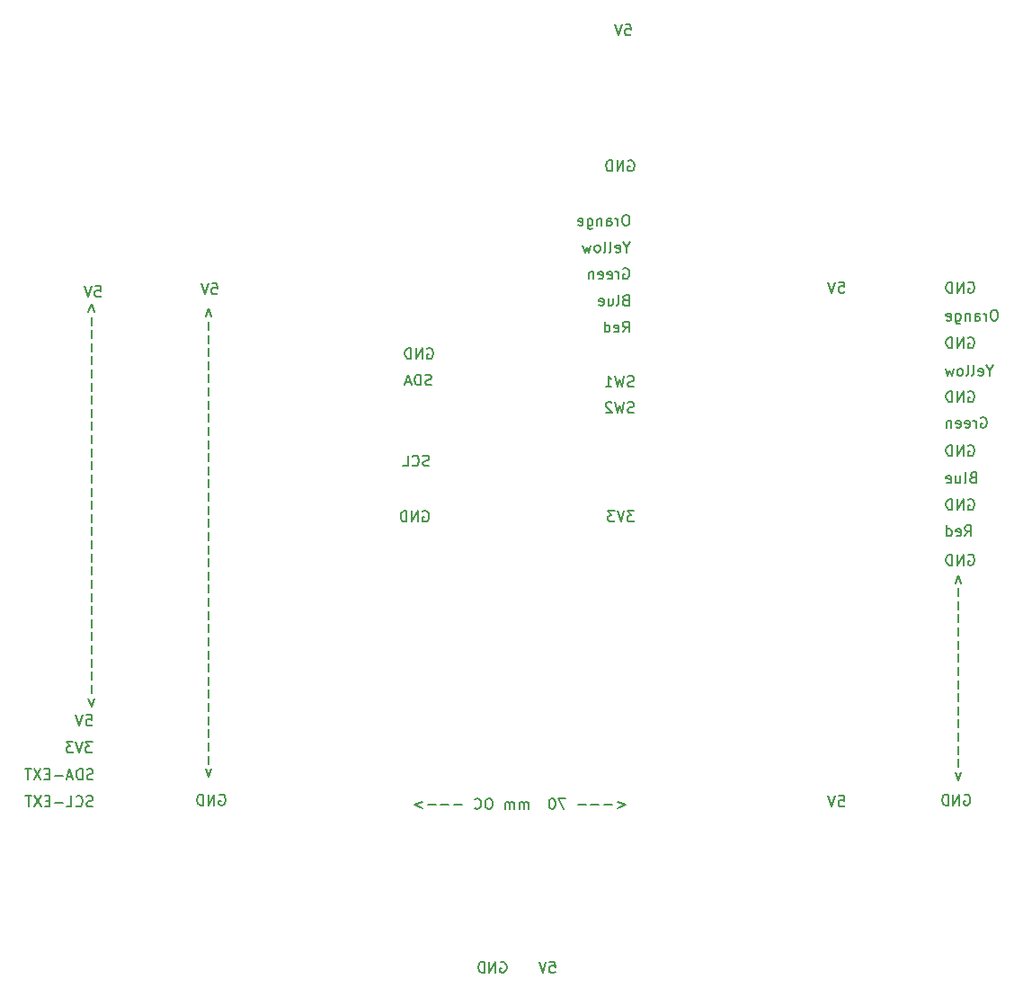
<source format=gbr>
%TF.GenerationSoftware,KiCad,Pcbnew,(5.1.9)-1*%
%TF.CreationDate,2021-12-22T11:22:17-05:00*%
%TF.ProjectId,ESP backpack,45535020-6261-4636-9b70-61636b2e6b69,rev?*%
%TF.SameCoordinates,Original*%
%TF.FileFunction,Legend,Bot*%
%TF.FilePolarity,Positive*%
%FSLAX46Y46*%
G04 Gerber Fmt 4.6, Leading zero omitted, Abs format (unit mm)*
G04 Created by KiCad (PCBNEW (5.1.9)-1) date 2021-12-22 11:22:17*
%MOMM*%
%LPD*%
G01*
G04 APERTURE LIST*
%ADD10C,0.150000*%
G04 APERTURE END LIST*
D10*
X60820133Y-37488761D02*
X60677276Y-37536380D01*
X60439180Y-37536380D01*
X60343942Y-37488761D01*
X60296323Y-37441142D01*
X60248704Y-37345904D01*
X60248704Y-37250666D01*
X60296323Y-37155428D01*
X60343942Y-37107809D01*
X60439180Y-37060190D01*
X60629657Y-37012571D01*
X60724895Y-36964952D01*
X60772514Y-36917333D01*
X60820133Y-36822095D01*
X60820133Y-36726857D01*
X60772514Y-36631619D01*
X60724895Y-36584000D01*
X60629657Y-36536380D01*
X60391561Y-36536380D01*
X60248704Y-36584000D01*
X59915371Y-36536380D02*
X59677276Y-37536380D01*
X59486800Y-36822095D01*
X59296323Y-37536380D01*
X59058228Y-36536380D01*
X58724895Y-36631619D02*
X58677276Y-36584000D01*
X58582038Y-36536380D01*
X58343942Y-36536380D01*
X58248704Y-36584000D01*
X58201085Y-36631619D01*
X58153466Y-36726857D01*
X58153466Y-36822095D01*
X58201085Y-36964952D01*
X58772514Y-37536380D01*
X58153466Y-37536380D01*
X60820133Y-35050361D02*
X60677276Y-35097980D01*
X60439180Y-35097980D01*
X60343942Y-35050361D01*
X60296323Y-35002742D01*
X60248704Y-34907504D01*
X60248704Y-34812266D01*
X60296323Y-34717028D01*
X60343942Y-34669409D01*
X60439180Y-34621790D01*
X60629657Y-34574171D01*
X60724895Y-34526552D01*
X60772514Y-34478933D01*
X60820133Y-34383695D01*
X60820133Y-34288457D01*
X60772514Y-34193219D01*
X60724895Y-34145600D01*
X60629657Y-34097980D01*
X60391561Y-34097980D01*
X60248704Y-34145600D01*
X59915371Y-34097980D02*
X59677276Y-35097980D01*
X59486800Y-34383695D01*
X59296323Y-35097980D01*
X59058228Y-34097980D01*
X58153466Y-35097980D02*
X58724895Y-35097980D01*
X58439180Y-35097980D02*
X58439180Y-34097980D01*
X58534419Y-34240838D01*
X58629657Y-34336076D01*
X58724895Y-34383695D01*
X41752685Y-34897961D02*
X41609828Y-34945580D01*
X41371733Y-34945580D01*
X41276495Y-34897961D01*
X41228876Y-34850342D01*
X41181257Y-34755104D01*
X41181257Y-34659866D01*
X41228876Y-34564628D01*
X41276495Y-34517009D01*
X41371733Y-34469390D01*
X41562209Y-34421771D01*
X41657447Y-34374152D01*
X41705066Y-34326533D01*
X41752685Y-34231295D01*
X41752685Y-34136057D01*
X41705066Y-34040819D01*
X41657447Y-33993200D01*
X41562209Y-33945580D01*
X41324114Y-33945580D01*
X41181257Y-33993200D01*
X40752685Y-34945580D02*
X40752685Y-33945580D01*
X40514590Y-33945580D01*
X40371733Y-33993200D01*
X40276495Y-34088438D01*
X40228876Y-34183676D01*
X40181257Y-34374152D01*
X40181257Y-34517009D01*
X40228876Y-34707485D01*
X40276495Y-34802723D01*
X40371733Y-34897961D01*
X40514590Y-34945580D01*
X40752685Y-34945580D01*
X39800304Y-34659866D02*
X39324114Y-34659866D01*
X39895542Y-34945580D02*
X39562209Y-33945580D01*
X39228876Y-34945580D01*
X41525676Y-42517961D02*
X41382819Y-42565580D01*
X41144723Y-42565580D01*
X41049485Y-42517961D01*
X41001866Y-42470342D01*
X40954247Y-42375104D01*
X40954247Y-42279866D01*
X41001866Y-42184628D01*
X41049485Y-42137009D01*
X41144723Y-42089390D01*
X41335200Y-42041771D01*
X41430438Y-41994152D01*
X41478057Y-41946533D01*
X41525676Y-41851295D01*
X41525676Y-41756057D01*
X41478057Y-41660819D01*
X41430438Y-41613200D01*
X41335200Y-41565580D01*
X41097104Y-41565580D01*
X40954247Y-41613200D01*
X39954247Y-42470342D02*
X40001866Y-42517961D01*
X40144723Y-42565580D01*
X40239961Y-42565580D01*
X40382819Y-42517961D01*
X40478057Y-42422723D01*
X40525676Y-42327485D01*
X40573295Y-42137009D01*
X40573295Y-41994152D01*
X40525676Y-41803676D01*
X40478057Y-41708438D01*
X40382819Y-41613200D01*
X40239961Y-41565580D01*
X40144723Y-41565580D01*
X40001866Y-41613200D01*
X39954247Y-41660819D01*
X39049485Y-42565580D02*
X39525676Y-42565580D01*
X39525676Y-41565580D01*
X60826495Y-46797980D02*
X60207447Y-46797980D01*
X60540780Y-47178933D01*
X60397923Y-47178933D01*
X60302685Y-47226552D01*
X60255066Y-47274171D01*
X60207447Y-47369409D01*
X60207447Y-47607504D01*
X60255066Y-47702742D01*
X60302685Y-47750361D01*
X60397923Y-47797980D01*
X60683638Y-47797980D01*
X60778876Y-47750361D01*
X60826495Y-47702742D01*
X59921733Y-46797980D02*
X59588400Y-47797980D01*
X59255066Y-46797980D01*
X59016971Y-46797980D02*
X58397923Y-46797980D01*
X58731257Y-47178933D01*
X58588400Y-47178933D01*
X58493161Y-47226552D01*
X58445542Y-47274171D01*
X58397923Y-47369409D01*
X58397923Y-47607504D01*
X58445542Y-47702742D01*
X58493161Y-47750361D01*
X58588400Y-47797980D01*
X58874114Y-47797980D01*
X58969352Y-47750361D01*
X59016971Y-47702742D01*
X41351104Y-31504000D02*
X41446342Y-31456380D01*
X41589200Y-31456380D01*
X41732057Y-31504000D01*
X41827295Y-31599238D01*
X41874914Y-31694476D01*
X41922533Y-31884952D01*
X41922533Y-32027809D01*
X41874914Y-32218285D01*
X41827295Y-32313523D01*
X41732057Y-32408761D01*
X41589200Y-32456380D01*
X41493961Y-32456380D01*
X41351104Y-32408761D01*
X41303485Y-32361142D01*
X41303485Y-32027809D01*
X41493961Y-32027809D01*
X40874914Y-32456380D02*
X40874914Y-31456380D01*
X40303485Y-32456380D01*
X40303485Y-31456380D01*
X39827295Y-32456380D02*
X39827295Y-31456380D01*
X39589200Y-31456380D01*
X39446342Y-31504000D01*
X39351104Y-31599238D01*
X39303485Y-31694476D01*
X39255866Y-31884952D01*
X39255866Y-32027809D01*
X39303485Y-32218285D01*
X39351104Y-32313523D01*
X39446342Y-32408761D01*
X39589200Y-32456380D01*
X39827295Y-32456380D01*
X40944704Y-46845600D02*
X41039942Y-46797980D01*
X41182800Y-46797980D01*
X41325657Y-46845600D01*
X41420895Y-46940838D01*
X41468514Y-47036076D01*
X41516133Y-47226552D01*
X41516133Y-47369409D01*
X41468514Y-47559885D01*
X41420895Y-47655123D01*
X41325657Y-47750361D01*
X41182800Y-47797980D01*
X41087561Y-47797980D01*
X40944704Y-47750361D01*
X40897085Y-47702742D01*
X40897085Y-47369409D01*
X41087561Y-47369409D01*
X40468514Y-47797980D02*
X40468514Y-46797980D01*
X39897085Y-47797980D01*
X39897085Y-46797980D01*
X39420895Y-47797980D02*
X39420895Y-46797980D01*
X39182800Y-46797980D01*
X39039942Y-46845600D01*
X38944704Y-46940838D01*
X38897085Y-47036076D01*
X38849466Y-47226552D01*
X38849466Y-47369409D01*
X38897085Y-47559885D01*
X38944704Y-47655123D01*
X39039942Y-47750361D01*
X39182800Y-47797980D01*
X39420895Y-47797980D01*
X60299504Y-13825600D02*
X60394742Y-13777980D01*
X60537600Y-13777980D01*
X60680457Y-13825600D01*
X60775695Y-13920838D01*
X60823314Y-14016076D01*
X60870933Y-14206552D01*
X60870933Y-14349409D01*
X60823314Y-14539885D01*
X60775695Y-14635123D01*
X60680457Y-14730361D01*
X60537600Y-14777980D01*
X60442361Y-14777980D01*
X60299504Y-14730361D01*
X60251885Y-14682742D01*
X60251885Y-14349409D01*
X60442361Y-14349409D01*
X59823314Y-14777980D02*
X59823314Y-13777980D01*
X59251885Y-14777980D01*
X59251885Y-13777980D01*
X58775695Y-14777980D02*
X58775695Y-13777980D01*
X58537600Y-13777980D01*
X58394742Y-13825600D01*
X58299504Y-13920838D01*
X58251885Y-14016076D01*
X58204266Y-14206552D01*
X58204266Y-14349409D01*
X58251885Y-14539885D01*
X58299504Y-14635123D01*
X58394742Y-14730361D01*
X58537600Y-14777980D01*
X58775695Y-14777980D01*
X60032876Y-976380D02*
X60509066Y-976380D01*
X60556685Y-1452571D01*
X60509066Y-1404952D01*
X60413828Y-1357333D01*
X60175733Y-1357333D01*
X60080495Y-1404952D01*
X60032876Y-1452571D01*
X59985257Y-1547809D01*
X59985257Y-1785904D01*
X60032876Y-1881142D01*
X60080495Y-1928761D01*
X60175733Y-1976380D01*
X60413828Y-1976380D01*
X60509066Y-1928761D01*
X60556685Y-1881142D01*
X59699542Y-976380D02*
X59366209Y-1976380D01*
X59032876Y-976380D01*
X59788371Y-29949980D02*
X60121704Y-29473790D01*
X60359800Y-29949980D02*
X60359800Y-28949980D01*
X59978847Y-28949980D01*
X59883609Y-28997600D01*
X59835990Y-29045219D01*
X59788371Y-29140457D01*
X59788371Y-29283314D01*
X59835990Y-29378552D01*
X59883609Y-29426171D01*
X59978847Y-29473790D01*
X60359800Y-29473790D01*
X58978847Y-29902361D02*
X59074085Y-29949980D01*
X59264562Y-29949980D01*
X59359800Y-29902361D01*
X59407419Y-29807123D01*
X59407419Y-29426171D01*
X59359800Y-29330933D01*
X59264562Y-29283314D01*
X59074085Y-29283314D01*
X58978847Y-29330933D01*
X58931228Y-29426171D01*
X58931228Y-29521409D01*
X59407419Y-29616647D01*
X58074085Y-29949980D02*
X58074085Y-28949980D01*
X58074085Y-29902361D02*
X58169323Y-29949980D01*
X58359800Y-29949980D01*
X58455038Y-29902361D01*
X58502657Y-29854742D01*
X58550276Y-29759504D01*
X58550276Y-29473790D01*
X58502657Y-29378552D01*
X58455038Y-29330933D01*
X58359800Y-29283314D01*
X58169323Y-29283314D01*
X58074085Y-29330933D01*
X60026467Y-26916571D02*
X59883610Y-26964190D01*
X59835991Y-27011809D01*
X59788372Y-27107047D01*
X59788372Y-27249904D01*
X59835991Y-27345142D01*
X59883610Y-27392761D01*
X59978848Y-27440380D01*
X60359800Y-27440380D01*
X60359800Y-26440380D01*
X60026467Y-26440380D01*
X59931229Y-26488000D01*
X59883610Y-26535619D01*
X59835991Y-26630857D01*
X59835991Y-26726095D01*
X59883610Y-26821333D01*
X59931229Y-26868952D01*
X60026467Y-26916571D01*
X60359800Y-26916571D01*
X59216943Y-27440380D02*
X59312181Y-27392761D01*
X59359800Y-27297523D01*
X59359800Y-26440380D01*
X58407419Y-26773714D02*
X58407419Y-27440380D01*
X58835991Y-26773714D02*
X58835991Y-27297523D01*
X58788372Y-27392761D01*
X58693134Y-27440380D01*
X58550277Y-27440380D01*
X58455039Y-27392761D01*
X58407419Y-27345142D01*
X57550277Y-27392761D02*
X57645515Y-27440380D01*
X57835991Y-27440380D01*
X57931229Y-27392761D01*
X57978848Y-27297523D01*
X57978848Y-26916571D01*
X57931229Y-26821333D01*
X57835991Y-26773714D01*
X57645515Y-26773714D01*
X57550277Y-26821333D01*
X57502658Y-26916571D01*
X57502658Y-27011809D01*
X57978848Y-27107047D01*
X59835990Y-23978400D02*
X59931228Y-23930780D01*
X60074086Y-23930780D01*
X60216943Y-23978400D01*
X60312181Y-24073638D01*
X60359800Y-24168876D01*
X60407419Y-24359352D01*
X60407419Y-24502209D01*
X60359800Y-24692685D01*
X60312181Y-24787923D01*
X60216943Y-24883161D01*
X60074086Y-24930780D01*
X59978848Y-24930780D01*
X59835990Y-24883161D01*
X59788371Y-24835542D01*
X59788371Y-24502209D01*
X59978848Y-24502209D01*
X59359800Y-24930780D02*
X59359800Y-24264114D01*
X59359800Y-24454590D02*
X59312181Y-24359352D01*
X59264562Y-24311733D01*
X59169324Y-24264114D01*
X59074086Y-24264114D01*
X58359800Y-24883161D02*
X58455038Y-24930780D01*
X58645514Y-24930780D01*
X58740752Y-24883161D01*
X58788371Y-24787923D01*
X58788371Y-24406971D01*
X58740752Y-24311733D01*
X58645514Y-24264114D01*
X58455038Y-24264114D01*
X58359800Y-24311733D01*
X58312181Y-24406971D01*
X58312181Y-24502209D01*
X58788371Y-24597447D01*
X57502657Y-24883161D02*
X57597895Y-24930780D01*
X57788371Y-24930780D01*
X57883609Y-24883161D01*
X57931228Y-24787923D01*
X57931228Y-24406971D01*
X57883609Y-24311733D01*
X57788371Y-24264114D01*
X57597895Y-24264114D01*
X57502657Y-24311733D01*
X57455038Y-24406971D01*
X57455038Y-24502209D01*
X57931228Y-24597447D01*
X57026467Y-24264114D02*
X57026467Y-24930780D01*
X57026467Y-24359352D02*
X56978848Y-24311733D01*
X56883609Y-24264114D01*
X56740752Y-24264114D01*
X56645514Y-24311733D01*
X56597895Y-24406971D01*
X56597895Y-24930780D01*
X60169324Y-21944990D02*
X60169324Y-22421180D01*
X60502657Y-21421180D02*
X60169324Y-21944990D01*
X59835991Y-21421180D01*
X59121705Y-22373561D02*
X59216943Y-22421180D01*
X59407419Y-22421180D01*
X59502657Y-22373561D01*
X59550276Y-22278323D01*
X59550276Y-21897371D01*
X59502657Y-21802133D01*
X59407419Y-21754514D01*
X59216943Y-21754514D01*
X59121705Y-21802133D01*
X59074086Y-21897371D01*
X59074086Y-21992609D01*
X59550276Y-22087847D01*
X58502657Y-22421180D02*
X58597895Y-22373561D01*
X58645514Y-22278323D01*
X58645514Y-21421180D01*
X57978848Y-22421180D02*
X58074086Y-22373561D01*
X58121705Y-22278323D01*
X58121705Y-21421180D01*
X57455038Y-22421180D02*
X57550276Y-22373561D01*
X57597895Y-22325942D01*
X57645514Y-22230704D01*
X57645514Y-21944990D01*
X57597895Y-21849752D01*
X57550276Y-21802133D01*
X57455038Y-21754514D01*
X57312181Y-21754514D01*
X57216943Y-21802133D01*
X57169324Y-21849752D01*
X57121705Y-21944990D01*
X57121705Y-22230704D01*
X57169324Y-22325942D01*
X57216943Y-22373561D01*
X57312181Y-22421180D01*
X57455038Y-22421180D01*
X56788372Y-21754514D02*
X56597895Y-22421180D01*
X56407419Y-21944990D01*
X56216943Y-22421180D01*
X56026467Y-21754514D01*
X60169324Y-18911580D02*
X59978848Y-18911580D01*
X59883609Y-18959200D01*
X59788371Y-19054438D01*
X59740752Y-19244914D01*
X59740752Y-19578247D01*
X59788371Y-19768723D01*
X59883609Y-19863961D01*
X59978848Y-19911580D01*
X60169324Y-19911580D01*
X60264562Y-19863961D01*
X60359800Y-19768723D01*
X60407419Y-19578247D01*
X60407419Y-19244914D01*
X60359800Y-19054438D01*
X60264562Y-18959200D01*
X60169324Y-18911580D01*
X59312181Y-19911580D02*
X59312181Y-19244914D01*
X59312181Y-19435390D02*
X59264562Y-19340152D01*
X59216943Y-19292533D01*
X59121705Y-19244914D01*
X59026467Y-19244914D01*
X58264562Y-19911580D02*
X58264562Y-19387771D01*
X58312181Y-19292533D01*
X58407419Y-19244914D01*
X58597895Y-19244914D01*
X58693133Y-19292533D01*
X58264562Y-19863961D02*
X58359800Y-19911580D01*
X58597895Y-19911580D01*
X58693133Y-19863961D01*
X58740752Y-19768723D01*
X58740752Y-19673485D01*
X58693133Y-19578247D01*
X58597895Y-19530628D01*
X58359800Y-19530628D01*
X58264562Y-19483009D01*
X57788371Y-19244914D02*
X57788371Y-19911580D01*
X57788371Y-19340152D02*
X57740752Y-19292533D01*
X57645514Y-19244914D01*
X57502657Y-19244914D01*
X57407419Y-19292533D01*
X57359800Y-19387771D01*
X57359800Y-19911580D01*
X56455038Y-19244914D02*
X56455038Y-20054438D01*
X56502657Y-20149676D01*
X56550276Y-20197295D01*
X56645514Y-20244914D01*
X56788371Y-20244914D01*
X56883609Y-20197295D01*
X56455038Y-19863961D02*
X56550276Y-19911580D01*
X56740752Y-19911580D01*
X56835990Y-19863961D01*
X56883609Y-19816342D01*
X56931228Y-19721104D01*
X56931228Y-19435390D01*
X56883609Y-19340152D01*
X56835990Y-19292533D01*
X56740752Y-19244914D01*
X56550276Y-19244914D01*
X56455038Y-19292533D01*
X55597895Y-19863961D02*
X55693133Y-19911580D01*
X55883609Y-19911580D01*
X55978848Y-19863961D01*
X56026467Y-19768723D01*
X56026467Y-19387771D01*
X55978848Y-19292533D01*
X55883609Y-19244914D01*
X55693133Y-19244914D01*
X55597895Y-19292533D01*
X55550276Y-19387771D01*
X55550276Y-19483009D01*
X56026467Y-19578247D01*
X9814595Y-68540380D02*
X9195547Y-68540380D01*
X9528880Y-68921333D01*
X9386023Y-68921333D01*
X9290785Y-68968952D01*
X9243166Y-69016571D01*
X9195547Y-69111809D01*
X9195547Y-69349904D01*
X9243166Y-69445142D01*
X9290785Y-69492761D01*
X9386023Y-69540380D01*
X9671738Y-69540380D01*
X9766976Y-69492761D01*
X9814595Y-69445142D01*
X8909833Y-68540380D02*
X8576500Y-69540380D01*
X8243166Y-68540380D01*
X8005071Y-68540380D02*
X7386023Y-68540380D01*
X7719357Y-68921333D01*
X7576500Y-68921333D01*
X7481261Y-68968952D01*
X7433642Y-69016571D01*
X7386023Y-69111809D01*
X7386023Y-69349904D01*
X7433642Y-69445142D01*
X7481261Y-69492761D01*
X7576500Y-69540380D01*
X7862214Y-69540380D01*
X7957452Y-69492761D01*
X8005071Y-69445142D01*
X9873857Y-72032761D02*
X9731000Y-72080380D01*
X9492904Y-72080380D01*
X9397666Y-72032761D01*
X9350047Y-71985142D01*
X9302428Y-71889904D01*
X9302428Y-71794666D01*
X9350047Y-71699428D01*
X9397666Y-71651809D01*
X9492904Y-71604190D01*
X9683380Y-71556571D01*
X9778619Y-71508952D01*
X9826238Y-71461333D01*
X9873857Y-71366095D01*
X9873857Y-71270857D01*
X9826238Y-71175619D01*
X9778619Y-71128000D01*
X9683380Y-71080380D01*
X9445285Y-71080380D01*
X9302428Y-71128000D01*
X8873857Y-72080380D02*
X8873857Y-71080380D01*
X8635761Y-71080380D01*
X8492904Y-71128000D01*
X8397666Y-71223238D01*
X8350047Y-71318476D01*
X8302428Y-71508952D01*
X8302428Y-71651809D01*
X8350047Y-71842285D01*
X8397666Y-71937523D01*
X8492904Y-72032761D01*
X8635761Y-72080380D01*
X8873857Y-72080380D01*
X7921476Y-71794666D02*
X7445285Y-71794666D01*
X8016714Y-72080380D02*
X7683380Y-71080380D01*
X7350047Y-72080380D01*
X7016714Y-71699428D02*
X6254809Y-71699428D01*
X5778619Y-71556571D02*
X5445285Y-71556571D01*
X5302428Y-72080380D02*
X5778619Y-72080380D01*
X5778619Y-71080380D01*
X5302428Y-71080380D01*
X4969095Y-71080380D02*
X4302428Y-72080380D01*
X4302428Y-71080380D02*
X4969095Y-72080380D01*
X4064333Y-71080380D02*
X3492904Y-71080380D01*
X3778619Y-72080380D02*
X3778619Y-71080380D01*
X9850047Y-74572761D02*
X9707190Y-74620380D01*
X9469095Y-74620380D01*
X9373857Y-74572761D01*
X9326238Y-74525142D01*
X9278619Y-74429904D01*
X9278619Y-74334666D01*
X9326238Y-74239428D01*
X9373857Y-74191809D01*
X9469095Y-74144190D01*
X9659571Y-74096571D01*
X9754809Y-74048952D01*
X9802428Y-74001333D01*
X9850047Y-73906095D01*
X9850047Y-73810857D01*
X9802428Y-73715619D01*
X9754809Y-73668000D01*
X9659571Y-73620380D01*
X9421476Y-73620380D01*
X9278619Y-73668000D01*
X8278619Y-74525142D02*
X8326238Y-74572761D01*
X8469095Y-74620380D01*
X8564333Y-74620380D01*
X8707190Y-74572761D01*
X8802428Y-74477523D01*
X8850047Y-74382285D01*
X8897666Y-74191809D01*
X8897666Y-74048952D01*
X8850047Y-73858476D01*
X8802428Y-73763238D01*
X8707190Y-73668000D01*
X8564333Y-73620380D01*
X8469095Y-73620380D01*
X8326238Y-73668000D01*
X8278619Y-73715619D01*
X7373857Y-74620380D02*
X7850047Y-74620380D01*
X7850047Y-73620380D01*
X7040523Y-74239428D02*
X6278619Y-74239428D01*
X5802428Y-74096571D02*
X5469095Y-74096571D01*
X5326238Y-74620380D02*
X5802428Y-74620380D01*
X5802428Y-73620380D01*
X5326238Y-73620380D01*
X4992904Y-73620380D02*
X4326238Y-74620380D01*
X4326238Y-73620380D02*
X4992904Y-74620380D01*
X4088142Y-73620380D02*
X3516714Y-73620380D01*
X3802428Y-74620380D02*
X3802428Y-73620380D01*
X21784404Y-73541000D02*
X21879642Y-73493380D01*
X22022500Y-73493380D01*
X22165357Y-73541000D01*
X22260595Y-73636238D01*
X22308214Y-73731476D01*
X22355833Y-73921952D01*
X22355833Y-74064809D01*
X22308214Y-74255285D01*
X22260595Y-74350523D01*
X22165357Y-74445761D01*
X22022500Y-74493380D01*
X21927261Y-74493380D01*
X21784404Y-74445761D01*
X21736785Y-74398142D01*
X21736785Y-74064809D01*
X21927261Y-74064809D01*
X21308214Y-74493380D02*
X21308214Y-73493380D01*
X20736785Y-74493380D01*
X20736785Y-73493380D01*
X20260595Y-74493380D02*
X20260595Y-73493380D01*
X20022500Y-73493380D01*
X19879642Y-73541000D01*
X19784404Y-73636238D01*
X19736785Y-73731476D01*
X19689166Y-73921952D01*
X19689166Y-74064809D01*
X19736785Y-74255285D01*
X19784404Y-74350523D01*
X19879642Y-74445761D01*
X20022500Y-74493380D01*
X20260595Y-74493380D01*
X92328904Y-40648000D02*
X92424142Y-40600380D01*
X92567000Y-40600380D01*
X92709857Y-40648000D01*
X92805095Y-40743238D01*
X92852714Y-40838476D01*
X92900333Y-41028952D01*
X92900333Y-41171809D01*
X92852714Y-41362285D01*
X92805095Y-41457523D01*
X92709857Y-41552761D01*
X92567000Y-41600380D01*
X92471761Y-41600380D01*
X92328904Y-41552761D01*
X92281285Y-41505142D01*
X92281285Y-41171809D01*
X92471761Y-41171809D01*
X91852714Y-41600380D02*
X91852714Y-40600380D01*
X91281285Y-41600380D01*
X91281285Y-40600380D01*
X90805095Y-41600380D02*
X90805095Y-40600380D01*
X90567000Y-40600380D01*
X90424142Y-40648000D01*
X90328904Y-40743238D01*
X90281285Y-40838476D01*
X90233666Y-41028952D01*
X90233666Y-41171809D01*
X90281285Y-41362285D01*
X90328904Y-41457523D01*
X90424142Y-41552761D01*
X90567000Y-41600380D01*
X90805095Y-41600380D01*
X92328904Y-35568000D02*
X92424142Y-35520380D01*
X92567000Y-35520380D01*
X92709857Y-35568000D01*
X92805095Y-35663238D01*
X92852714Y-35758476D01*
X92900333Y-35948952D01*
X92900333Y-36091809D01*
X92852714Y-36282285D01*
X92805095Y-36377523D01*
X92709857Y-36472761D01*
X92567000Y-36520380D01*
X92471761Y-36520380D01*
X92328904Y-36472761D01*
X92281285Y-36425142D01*
X92281285Y-36091809D01*
X92471761Y-36091809D01*
X91852714Y-36520380D02*
X91852714Y-35520380D01*
X91281285Y-36520380D01*
X91281285Y-35520380D01*
X90805095Y-36520380D02*
X90805095Y-35520380D01*
X90567000Y-35520380D01*
X90424142Y-35568000D01*
X90328904Y-35663238D01*
X90281285Y-35758476D01*
X90233666Y-35948952D01*
X90233666Y-36091809D01*
X90281285Y-36282285D01*
X90328904Y-36377523D01*
X90424142Y-36472761D01*
X90567000Y-36520380D01*
X90805095Y-36520380D01*
X92328904Y-25281000D02*
X92424142Y-25233380D01*
X92567000Y-25233380D01*
X92709857Y-25281000D01*
X92805095Y-25376238D01*
X92852714Y-25471476D01*
X92900333Y-25661952D01*
X92900333Y-25804809D01*
X92852714Y-25995285D01*
X92805095Y-26090523D01*
X92709857Y-26185761D01*
X92567000Y-26233380D01*
X92471761Y-26233380D01*
X92328904Y-26185761D01*
X92281285Y-26138142D01*
X92281285Y-25804809D01*
X92471761Y-25804809D01*
X91852714Y-26233380D02*
X91852714Y-25233380D01*
X91281285Y-26233380D01*
X91281285Y-25233380D01*
X90805095Y-26233380D02*
X90805095Y-25233380D01*
X90567000Y-25233380D01*
X90424142Y-25281000D01*
X90328904Y-25376238D01*
X90281285Y-25471476D01*
X90233666Y-25661952D01*
X90233666Y-25804809D01*
X90281285Y-25995285D01*
X90328904Y-26090523D01*
X90424142Y-26185761D01*
X90567000Y-26233380D01*
X90805095Y-26233380D01*
X92328904Y-30488000D02*
X92424142Y-30440380D01*
X92567000Y-30440380D01*
X92709857Y-30488000D01*
X92805095Y-30583238D01*
X92852714Y-30678476D01*
X92900333Y-30868952D01*
X92900333Y-31011809D01*
X92852714Y-31202285D01*
X92805095Y-31297523D01*
X92709857Y-31392761D01*
X92567000Y-31440380D01*
X92471761Y-31440380D01*
X92328904Y-31392761D01*
X92281285Y-31345142D01*
X92281285Y-31011809D01*
X92471761Y-31011809D01*
X91852714Y-31440380D02*
X91852714Y-30440380D01*
X91281285Y-31440380D01*
X91281285Y-30440380D01*
X90805095Y-31440380D02*
X90805095Y-30440380D01*
X90567000Y-30440380D01*
X90424142Y-30488000D01*
X90328904Y-30583238D01*
X90281285Y-30678476D01*
X90233666Y-30868952D01*
X90233666Y-31011809D01*
X90281285Y-31202285D01*
X90328904Y-31297523D01*
X90424142Y-31392761D01*
X90567000Y-31440380D01*
X90805095Y-31440380D01*
X92328904Y-45728000D02*
X92424142Y-45680380D01*
X92567000Y-45680380D01*
X92709857Y-45728000D01*
X92805095Y-45823238D01*
X92852714Y-45918476D01*
X92900333Y-46108952D01*
X92900333Y-46251809D01*
X92852714Y-46442285D01*
X92805095Y-46537523D01*
X92709857Y-46632761D01*
X92567000Y-46680380D01*
X92471761Y-46680380D01*
X92328904Y-46632761D01*
X92281285Y-46585142D01*
X92281285Y-46251809D01*
X92471761Y-46251809D01*
X91852714Y-46680380D02*
X91852714Y-45680380D01*
X91281285Y-46680380D01*
X91281285Y-45680380D01*
X90805095Y-46680380D02*
X90805095Y-45680380D01*
X90567000Y-45680380D01*
X90424142Y-45728000D01*
X90328904Y-45823238D01*
X90281285Y-45918476D01*
X90233666Y-46108952D01*
X90233666Y-46251809D01*
X90281285Y-46442285D01*
X90328904Y-46537523D01*
X90424142Y-46632761D01*
X90567000Y-46680380D01*
X90805095Y-46680380D01*
X92328904Y-50935000D02*
X92424142Y-50887380D01*
X92567000Y-50887380D01*
X92709857Y-50935000D01*
X92805095Y-51030238D01*
X92852714Y-51125476D01*
X92900333Y-51315952D01*
X92900333Y-51458809D01*
X92852714Y-51649285D01*
X92805095Y-51744523D01*
X92709857Y-51839761D01*
X92567000Y-51887380D01*
X92471761Y-51887380D01*
X92328904Y-51839761D01*
X92281285Y-51792142D01*
X92281285Y-51458809D01*
X92471761Y-51458809D01*
X91852714Y-51887380D02*
X91852714Y-50887380D01*
X91281285Y-51887380D01*
X91281285Y-50887380D01*
X90805095Y-51887380D02*
X90805095Y-50887380D01*
X90567000Y-50887380D01*
X90424142Y-50935000D01*
X90328904Y-51030238D01*
X90281285Y-51125476D01*
X90233666Y-51315952D01*
X90233666Y-51458809D01*
X90281285Y-51649285D01*
X90328904Y-51744523D01*
X90424142Y-51839761D01*
X90567000Y-51887380D01*
X90805095Y-51887380D01*
X91098714Y-53579238D02*
X91384428Y-52817333D01*
X91670142Y-53579238D01*
X91384428Y-54055428D02*
X91384428Y-54817333D01*
X91384428Y-55293523D02*
X91384428Y-56055428D01*
X91384428Y-56531619D02*
X91384428Y-57293523D01*
X91384428Y-57769714D02*
X91384428Y-58531619D01*
X91384428Y-59007809D02*
X91384428Y-59769714D01*
X91384428Y-60245904D02*
X91384428Y-61007809D01*
X91384428Y-61484000D02*
X91384428Y-62245904D01*
X91384428Y-62722095D02*
X91384428Y-63484000D01*
X91384428Y-63960190D02*
X91384428Y-64722095D01*
X91384428Y-65198285D02*
X91384428Y-65960190D01*
X91384428Y-66436380D02*
X91384428Y-67198285D01*
X91384428Y-67674476D02*
X91384428Y-68436380D01*
X91384428Y-68912571D02*
X91384428Y-69674476D01*
X91384428Y-70150666D02*
X91384428Y-70912571D01*
X91098714Y-71388761D02*
X91384428Y-72150666D01*
X91670142Y-71388761D01*
X91947904Y-73541000D02*
X92043142Y-73493380D01*
X92186000Y-73493380D01*
X92328857Y-73541000D01*
X92424095Y-73636238D01*
X92471714Y-73731476D01*
X92519333Y-73921952D01*
X92519333Y-74064809D01*
X92471714Y-74255285D01*
X92424095Y-74350523D01*
X92328857Y-74445761D01*
X92186000Y-74493380D01*
X92090761Y-74493380D01*
X91947904Y-74445761D01*
X91900285Y-74398142D01*
X91900285Y-74064809D01*
X92090761Y-74064809D01*
X91471714Y-74493380D02*
X91471714Y-73493380D01*
X90900285Y-74493380D01*
X90900285Y-73493380D01*
X90424095Y-74493380D02*
X90424095Y-73493380D01*
X90186000Y-73493380D01*
X90043142Y-73541000D01*
X89947904Y-73636238D01*
X89900285Y-73731476D01*
X89852666Y-73921952D01*
X89852666Y-74064809D01*
X89900285Y-74255285D01*
X89947904Y-74350523D01*
X90043142Y-74445761D01*
X90186000Y-74493380D01*
X90424095Y-74493380D01*
X80140976Y-25233380D02*
X80617166Y-25233380D01*
X80664785Y-25709571D01*
X80617166Y-25661952D01*
X80521928Y-25614333D01*
X80283833Y-25614333D01*
X80188595Y-25661952D01*
X80140976Y-25709571D01*
X80093357Y-25804809D01*
X80093357Y-26042904D01*
X80140976Y-26138142D01*
X80188595Y-26185761D01*
X80283833Y-26233380D01*
X80521928Y-26233380D01*
X80617166Y-26185761D01*
X80664785Y-26138142D01*
X79807642Y-25233380D02*
X79474309Y-26233380D01*
X79140976Y-25233380D01*
X80140976Y-73620380D02*
X80617166Y-73620380D01*
X80664785Y-74096571D01*
X80617166Y-74048952D01*
X80521928Y-74001333D01*
X80283833Y-74001333D01*
X80188595Y-74048952D01*
X80140976Y-74096571D01*
X80093357Y-74191809D01*
X80093357Y-74429904D01*
X80140976Y-74525142D01*
X80188595Y-74572761D01*
X80283833Y-74620380D01*
X80521928Y-74620380D01*
X80617166Y-74572761D01*
X80664785Y-74525142D01*
X79807642Y-73620380D02*
X79474309Y-74620380D01*
X79140976Y-73620380D01*
X20486714Y-28498285D02*
X20772428Y-27736380D01*
X21058142Y-28498285D01*
X20772428Y-28974476D02*
X20772428Y-29736380D01*
X20772428Y-30212571D02*
X20772428Y-30974476D01*
X20772428Y-31450666D02*
X20772428Y-32212571D01*
X20772428Y-32688761D02*
X20772428Y-33450666D01*
X20772428Y-33926857D02*
X20772428Y-34688761D01*
X20772428Y-35164952D02*
X20772428Y-35926857D01*
X20772428Y-36403047D02*
X20772428Y-37164952D01*
X20772428Y-37641142D02*
X20772428Y-38403047D01*
X20772428Y-38879238D02*
X20772428Y-39641142D01*
X20772428Y-40117333D02*
X20772428Y-40879238D01*
X20772428Y-41355428D02*
X20772428Y-42117333D01*
X20772428Y-42593523D02*
X20772428Y-43355428D01*
X20772428Y-43831619D02*
X20772428Y-44593523D01*
X20772428Y-45069714D02*
X20772428Y-45831619D01*
X20772428Y-46307809D02*
X20772428Y-47069714D01*
X20772428Y-47545904D02*
X20772428Y-48307809D01*
X20772428Y-48784000D02*
X20772428Y-49545904D01*
X20772428Y-50022095D02*
X20772428Y-50784000D01*
X20772428Y-51260190D02*
X20772428Y-52022095D01*
X20772428Y-52498285D02*
X20772428Y-53260190D01*
X20772428Y-53736380D02*
X20772428Y-54498285D01*
X20772428Y-54974476D02*
X20772428Y-55736380D01*
X20772428Y-56212571D02*
X20772428Y-56974476D01*
X20772428Y-57450666D02*
X20772428Y-58212571D01*
X20772428Y-58688761D02*
X20772428Y-59450666D01*
X20772428Y-59926857D02*
X20772428Y-60688761D01*
X20772428Y-61164952D02*
X20772428Y-61926857D01*
X20772428Y-62403047D02*
X20772428Y-63164952D01*
X20772428Y-63641142D02*
X20772428Y-64403047D01*
X20772428Y-64879238D02*
X20772428Y-65641142D01*
X20772428Y-66117333D02*
X20772428Y-66879238D01*
X20772428Y-67355428D02*
X20772428Y-68117333D01*
X20772428Y-68593523D02*
X20772428Y-69355428D01*
X20772428Y-69831619D02*
X20772428Y-70593523D01*
X20486714Y-71069714D02*
X20772428Y-71831619D01*
X21058142Y-71069714D01*
X21085976Y-25360380D02*
X21562166Y-25360380D01*
X21609785Y-25836571D01*
X21562166Y-25788952D01*
X21466928Y-25741333D01*
X21228833Y-25741333D01*
X21133595Y-25788952D01*
X21085976Y-25836571D01*
X21038357Y-25931809D01*
X21038357Y-26169904D01*
X21085976Y-26265142D01*
X21133595Y-26312761D01*
X21228833Y-26360380D01*
X21466928Y-26360380D01*
X21562166Y-26312761D01*
X21609785Y-26265142D01*
X20752642Y-25360380D02*
X20419309Y-26360380D01*
X20085976Y-25360380D01*
X10096476Y-25614380D02*
X10572666Y-25614380D01*
X10620285Y-26090571D01*
X10572666Y-26042952D01*
X10477428Y-25995333D01*
X10239333Y-25995333D01*
X10144095Y-26042952D01*
X10096476Y-26090571D01*
X10048857Y-26185809D01*
X10048857Y-26423904D01*
X10096476Y-26519142D01*
X10144095Y-26566761D01*
X10239333Y-26614380D01*
X10477428Y-26614380D01*
X10572666Y-26566761D01*
X10620285Y-26519142D01*
X9763142Y-25614380D02*
X9429809Y-26614380D01*
X9096476Y-25614380D01*
X9437714Y-28037523D02*
X9723428Y-27275619D01*
X10009142Y-28037523D01*
X9723428Y-28513714D02*
X9723428Y-29275619D01*
X9723428Y-29751809D02*
X9723428Y-30513714D01*
X9723428Y-30989904D02*
X9723428Y-31751809D01*
X9723428Y-32228000D02*
X9723428Y-32989904D01*
X9723428Y-33466095D02*
X9723428Y-34228000D01*
X9723428Y-34704190D02*
X9723428Y-35466095D01*
X9723428Y-35942285D02*
X9723428Y-36704190D01*
X9723428Y-37180380D02*
X9723428Y-37942285D01*
X9723428Y-38418476D02*
X9723428Y-39180380D01*
X9723428Y-39656571D02*
X9723428Y-40418476D01*
X9723428Y-40894666D02*
X9723428Y-41656571D01*
X9723428Y-42132761D02*
X9723428Y-42894666D01*
X9723428Y-43370857D02*
X9723428Y-44132761D01*
X9723428Y-44608952D02*
X9723428Y-45370857D01*
X9723428Y-45847047D02*
X9723428Y-46608952D01*
X9723428Y-47085142D02*
X9723428Y-47847047D01*
X9723428Y-48323238D02*
X9723428Y-49085142D01*
X9723428Y-49561333D02*
X9723428Y-50323238D01*
X9723428Y-50799428D02*
X9723428Y-51561333D01*
X9723428Y-52037523D02*
X9723428Y-52799428D01*
X9723428Y-53275619D02*
X9723428Y-54037523D01*
X9723428Y-54513714D02*
X9723428Y-55275619D01*
X9723428Y-55751809D02*
X9723428Y-56513714D01*
X9723428Y-56989904D02*
X9723428Y-57751809D01*
X9723428Y-58228000D02*
X9723428Y-58989904D01*
X9723428Y-59466095D02*
X9723428Y-60228000D01*
X9723428Y-60704190D02*
X9723428Y-61466095D01*
X9723428Y-61942285D02*
X9723428Y-62704190D01*
X9723428Y-63180380D02*
X9723428Y-63942285D01*
X9437714Y-64418476D02*
X9723428Y-65180380D01*
X10009142Y-64418476D01*
X9274976Y-66000380D02*
X9751166Y-66000380D01*
X9798785Y-66476571D01*
X9751166Y-66428952D01*
X9655928Y-66381333D01*
X9417833Y-66381333D01*
X9322595Y-66428952D01*
X9274976Y-66476571D01*
X9227357Y-66571809D01*
X9227357Y-66809904D01*
X9274976Y-66905142D01*
X9322595Y-66952761D01*
X9417833Y-67000380D01*
X9655928Y-67000380D01*
X9751166Y-66952761D01*
X9798785Y-66905142D01*
X8941642Y-66000380D02*
X8608309Y-67000380D01*
X8274976Y-66000380D01*
X59266666Y-74185714D02*
X60028571Y-74471428D01*
X59266666Y-74757142D01*
X58790476Y-74471428D02*
X58028571Y-74471428D01*
X57552380Y-74471428D02*
X56790476Y-74471428D01*
X56314285Y-74471428D02*
X55552380Y-74471428D01*
X54409523Y-73852380D02*
X53742857Y-73852380D01*
X54171428Y-74852380D01*
X53171428Y-73852380D02*
X53076190Y-73852380D01*
X52980952Y-73900000D01*
X52933333Y-73947619D01*
X52885714Y-74042857D01*
X52838095Y-74233333D01*
X52838095Y-74471428D01*
X52885714Y-74661904D01*
X52933333Y-74757142D01*
X52980952Y-74804761D01*
X53076190Y-74852380D01*
X53171428Y-74852380D01*
X53266666Y-74804761D01*
X53314285Y-74757142D01*
X53361904Y-74661904D01*
X53409523Y-74471428D01*
X53409523Y-74233333D01*
X53361904Y-74042857D01*
X53314285Y-73947619D01*
X53266666Y-73900000D01*
X53171428Y-73852380D01*
X50885714Y-74852380D02*
X50885714Y-74185714D01*
X50885714Y-74280952D02*
X50838095Y-74233333D01*
X50742857Y-74185714D01*
X50600000Y-74185714D01*
X50504761Y-74233333D01*
X50457142Y-74328571D01*
X50457142Y-74852380D01*
X50457142Y-74328571D02*
X50409523Y-74233333D01*
X50314285Y-74185714D01*
X50171428Y-74185714D01*
X50076190Y-74233333D01*
X50028571Y-74328571D01*
X50028571Y-74852380D01*
X49552380Y-74852380D02*
X49552380Y-74185714D01*
X49552380Y-74280952D02*
X49504761Y-74233333D01*
X49409523Y-74185714D01*
X49266666Y-74185714D01*
X49171428Y-74233333D01*
X49123809Y-74328571D01*
X49123809Y-74852380D01*
X49123809Y-74328571D02*
X49076190Y-74233333D01*
X48980952Y-74185714D01*
X48838095Y-74185714D01*
X48742857Y-74233333D01*
X48695238Y-74328571D01*
X48695238Y-74852380D01*
X47266666Y-73852380D02*
X47076190Y-73852380D01*
X46980952Y-73900000D01*
X46885714Y-73995238D01*
X46838095Y-74185714D01*
X46838095Y-74519047D01*
X46885714Y-74709523D01*
X46980952Y-74804761D01*
X47076190Y-74852380D01*
X47266666Y-74852380D01*
X47361904Y-74804761D01*
X47457142Y-74709523D01*
X47504761Y-74519047D01*
X47504761Y-74185714D01*
X47457142Y-73995238D01*
X47361904Y-73900000D01*
X47266666Y-73852380D01*
X45838095Y-74757142D02*
X45885714Y-74804761D01*
X46028571Y-74852380D01*
X46123809Y-74852380D01*
X46266666Y-74804761D01*
X46361904Y-74709523D01*
X46409523Y-74614285D01*
X46457142Y-74423809D01*
X46457142Y-74280952D01*
X46409523Y-74090476D01*
X46361904Y-73995238D01*
X46266666Y-73900000D01*
X46123809Y-73852380D01*
X46028571Y-73852380D01*
X45885714Y-73900000D01*
X45838095Y-73947619D01*
X44647619Y-74471428D02*
X43885714Y-74471428D01*
X43409523Y-74471428D02*
X42647619Y-74471428D01*
X42171428Y-74471428D02*
X41409523Y-74471428D01*
X40933333Y-74185714D02*
X40171428Y-74471428D01*
X40933333Y-74757142D01*
X48261904Y-89300000D02*
X48357142Y-89252380D01*
X48500000Y-89252380D01*
X48642857Y-89300000D01*
X48738095Y-89395238D01*
X48785714Y-89490476D01*
X48833333Y-89680952D01*
X48833333Y-89823809D01*
X48785714Y-90014285D01*
X48738095Y-90109523D01*
X48642857Y-90204761D01*
X48500000Y-90252380D01*
X48404761Y-90252380D01*
X48261904Y-90204761D01*
X48214285Y-90157142D01*
X48214285Y-89823809D01*
X48404761Y-89823809D01*
X47785714Y-90252380D02*
X47785714Y-89252380D01*
X47214285Y-90252380D01*
X47214285Y-89252380D01*
X46738095Y-90252380D02*
X46738095Y-89252380D01*
X46500000Y-89252380D01*
X46357142Y-89300000D01*
X46261904Y-89395238D01*
X46214285Y-89490476D01*
X46166666Y-89680952D01*
X46166666Y-89823809D01*
X46214285Y-90014285D01*
X46261904Y-90109523D01*
X46357142Y-90204761D01*
X46500000Y-90252380D01*
X46738095Y-90252380D01*
X52890476Y-89252380D02*
X53366666Y-89252380D01*
X53414285Y-89728571D01*
X53366666Y-89680952D01*
X53271428Y-89633333D01*
X53033333Y-89633333D01*
X52938095Y-89680952D01*
X52890476Y-89728571D01*
X52842857Y-89823809D01*
X52842857Y-90061904D01*
X52890476Y-90157142D01*
X52938095Y-90204761D01*
X53033333Y-90252380D01*
X53271428Y-90252380D01*
X53366666Y-90204761D01*
X53414285Y-90157142D01*
X52557142Y-89252380D02*
X52223809Y-90252380D01*
X51890476Y-89252380D01*
X91995571Y-49152380D02*
X92328904Y-48676190D01*
X92567000Y-49152380D02*
X92567000Y-48152380D01*
X92186047Y-48152380D01*
X92090809Y-48200000D01*
X92043190Y-48247619D01*
X91995571Y-48342857D01*
X91995571Y-48485714D01*
X92043190Y-48580952D01*
X92090809Y-48628571D01*
X92186047Y-48676190D01*
X92567000Y-48676190D01*
X91186047Y-49104761D02*
X91281285Y-49152380D01*
X91471762Y-49152380D01*
X91567000Y-49104761D01*
X91614619Y-49009523D01*
X91614619Y-48628571D01*
X91567000Y-48533333D01*
X91471762Y-48485714D01*
X91281285Y-48485714D01*
X91186047Y-48533333D01*
X91138428Y-48628571D01*
X91138428Y-48723809D01*
X91614619Y-48819047D01*
X90281285Y-49152380D02*
X90281285Y-48152380D01*
X90281285Y-49104761D02*
X90376523Y-49152380D01*
X90567000Y-49152380D01*
X90662238Y-49104761D01*
X90709857Y-49057142D01*
X90757476Y-48961904D01*
X90757476Y-48676190D01*
X90709857Y-48580952D01*
X90662238Y-48533333D01*
X90567000Y-48485714D01*
X90376523Y-48485714D01*
X90281285Y-48533333D01*
X92757476Y-43628571D02*
X92614619Y-43676190D01*
X92567000Y-43723809D01*
X92519381Y-43819047D01*
X92519381Y-43961904D01*
X92567000Y-44057142D01*
X92614619Y-44104761D01*
X92709857Y-44152380D01*
X93090809Y-44152380D01*
X93090809Y-43152380D01*
X92757476Y-43152380D01*
X92662238Y-43200000D01*
X92614619Y-43247619D01*
X92567000Y-43342857D01*
X92567000Y-43438095D01*
X92614619Y-43533333D01*
X92662238Y-43580952D01*
X92757476Y-43628571D01*
X93090809Y-43628571D01*
X91947952Y-44152380D02*
X92043190Y-44104761D01*
X92090809Y-44009523D01*
X92090809Y-43152380D01*
X91138428Y-43485714D02*
X91138428Y-44152380D01*
X91567000Y-43485714D02*
X91567000Y-44009523D01*
X91519381Y-44104761D01*
X91424143Y-44152380D01*
X91281286Y-44152380D01*
X91186048Y-44104761D01*
X91138428Y-44057142D01*
X90281286Y-44104761D02*
X90376524Y-44152380D01*
X90567000Y-44152380D01*
X90662238Y-44104761D01*
X90709857Y-44009523D01*
X90709857Y-43628571D01*
X90662238Y-43533333D01*
X90567000Y-43485714D01*
X90376524Y-43485714D01*
X90281286Y-43533333D01*
X90233667Y-43628571D01*
X90233667Y-43723809D01*
X90709857Y-43819047D01*
X93519380Y-38000000D02*
X93614618Y-37952380D01*
X93757476Y-37952380D01*
X93900333Y-38000000D01*
X93995571Y-38095238D01*
X94043190Y-38190476D01*
X94090809Y-38380952D01*
X94090809Y-38523809D01*
X94043190Y-38714285D01*
X93995571Y-38809523D01*
X93900333Y-38904761D01*
X93757476Y-38952380D01*
X93662238Y-38952380D01*
X93519380Y-38904761D01*
X93471761Y-38857142D01*
X93471761Y-38523809D01*
X93662238Y-38523809D01*
X93043190Y-38952380D02*
X93043190Y-38285714D01*
X93043190Y-38476190D02*
X92995571Y-38380952D01*
X92947952Y-38333333D01*
X92852714Y-38285714D01*
X92757476Y-38285714D01*
X92043190Y-38904761D02*
X92138428Y-38952380D01*
X92328904Y-38952380D01*
X92424142Y-38904761D01*
X92471761Y-38809523D01*
X92471761Y-38428571D01*
X92424142Y-38333333D01*
X92328904Y-38285714D01*
X92138428Y-38285714D01*
X92043190Y-38333333D01*
X91995571Y-38428571D01*
X91995571Y-38523809D01*
X92471761Y-38619047D01*
X91186047Y-38904761D02*
X91281285Y-38952380D01*
X91471761Y-38952380D01*
X91566999Y-38904761D01*
X91614618Y-38809523D01*
X91614618Y-38428571D01*
X91566999Y-38333333D01*
X91471761Y-38285714D01*
X91281285Y-38285714D01*
X91186047Y-38333333D01*
X91138428Y-38428571D01*
X91138428Y-38523809D01*
X91614618Y-38619047D01*
X90709857Y-38285714D02*
X90709857Y-38952380D01*
X90709857Y-38380952D02*
X90662238Y-38333333D01*
X90566999Y-38285714D01*
X90424142Y-38285714D01*
X90328904Y-38333333D01*
X90281285Y-38428571D01*
X90281285Y-38952380D01*
X94328905Y-33576190D02*
X94328905Y-34052380D01*
X94662238Y-33052380D02*
X94328905Y-33576190D01*
X93995572Y-33052380D01*
X93281286Y-34004761D02*
X93376524Y-34052380D01*
X93567000Y-34052380D01*
X93662238Y-34004761D01*
X93709857Y-33909523D01*
X93709857Y-33528571D01*
X93662238Y-33433333D01*
X93567000Y-33385714D01*
X93376524Y-33385714D01*
X93281286Y-33433333D01*
X93233667Y-33528571D01*
X93233667Y-33623809D01*
X93709857Y-33719047D01*
X92662238Y-34052380D02*
X92757476Y-34004761D01*
X92805095Y-33909523D01*
X92805095Y-33052380D01*
X92138429Y-34052380D02*
X92233667Y-34004761D01*
X92281286Y-33909523D01*
X92281286Y-33052380D01*
X91614619Y-34052380D02*
X91709857Y-34004761D01*
X91757476Y-33957142D01*
X91805095Y-33861904D01*
X91805095Y-33576190D01*
X91757476Y-33480952D01*
X91709857Y-33433333D01*
X91614619Y-33385714D01*
X91471762Y-33385714D01*
X91376524Y-33433333D01*
X91328905Y-33480952D01*
X91281286Y-33576190D01*
X91281286Y-33861904D01*
X91328905Y-33957142D01*
X91376524Y-34004761D01*
X91471762Y-34052380D01*
X91614619Y-34052380D01*
X90947953Y-33385714D02*
X90757476Y-34052380D01*
X90567000Y-33576190D01*
X90376524Y-34052380D01*
X90186048Y-33385714D01*
X94852714Y-27852380D02*
X94662238Y-27852380D01*
X94566999Y-27900000D01*
X94471761Y-27995238D01*
X94424142Y-28185714D01*
X94424142Y-28519047D01*
X94471761Y-28709523D01*
X94566999Y-28804761D01*
X94662238Y-28852380D01*
X94852714Y-28852380D01*
X94947952Y-28804761D01*
X95043190Y-28709523D01*
X95090809Y-28519047D01*
X95090809Y-28185714D01*
X95043190Y-27995238D01*
X94947952Y-27900000D01*
X94852714Y-27852380D01*
X93995571Y-28852380D02*
X93995571Y-28185714D01*
X93995571Y-28376190D02*
X93947952Y-28280952D01*
X93900333Y-28233333D01*
X93805095Y-28185714D01*
X93709857Y-28185714D01*
X92947952Y-28852380D02*
X92947952Y-28328571D01*
X92995571Y-28233333D01*
X93090809Y-28185714D01*
X93281285Y-28185714D01*
X93376523Y-28233333D01*
X92947952Y-28804761D02*
X93043190Y-28852380D01*
X93281285Y-28852380D01*
X93376523Y-28804761D01*
X93424142Y-28709523D01*
X93424142Y-28614285D01*
X93376523Y-28519047D01*
X93281285Y-28471428D01*
X93043190Y-28471428D01*
X92947952Y-28423809D01*
X92471761Y-28185714D02*
X92471761Y-28852380D01*
X92471761Y-28280952D02*
X92424142Y-28233333D01*
X92328904Y-28185714D01*
X92186047Y-28185714D01*
X92090809Y-28233333D01*
X92043190Y-28328571D01*
X92043190Y-28852380D01*
X91138428Y-28185714D02*
X91138428Y-28995238D01*
X91186047Y-29090476D01*
X91233666Y-29138095D01*
X91328904Y-29185714D01*
X91471761Y-29185714D01*
X91566999Y-29138095D01*
X91138428Y-28804761D02*
X91233666Y-28852380D01*
X91424142Y-28852380D01*
X91519380Y-28804761D01*
X91566999Y-28757142D01*
X91614618Y-28661904D01*
X91614618Y-28376190D01*
X91566999Y-28280952D01*
X91519380Y-28233333D01*
X91424142Y-28185714D01*
X91233666Y-28185714D01*
X91138428Y-28233333D01*
X90281285Y-28804761D02*
X90376523Y-28852380D01*
X90566999Y-28852380D01*
X90662238Y-28804761D01*
X90709857Y-28709523D01*
X90709857Y-28328571D01*
X90662238Y-28233333D01*
X90566999Y-28185714D01*
X90376523Y-28185714D01*
X90281285Y-28233333D01*
X90233666Y-28328571D01*
X90233666Y-28423809D01*
X90709857Y-28519047D01*
M02*

</source>
